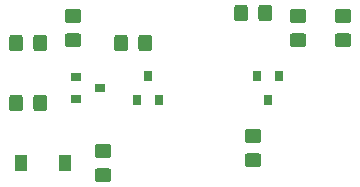
<source format=gtp>
G04 #@! TF.GenerationSoftware,KiCad,Pcbnew,(5.0.2)-1*
G04 #@! TF.CreationDate,2019-06-19T11:59:55+10:00*
G04 #@! TF.ProjectId,C-Beeper,432d4265-6570-4657-922e-6b696361645f,rev?*
G04 #@! TF.SameCoordinates,Original*
G04 #@! TF.FileFunction,Paste,Top*
G04 #@! TF.FilePolarity,Positive*
%FSLAX46Y46*%
G04 Gerber Fmt 4.6, Leading zero omitted, Abs format (unit mm)*
G04 Created by KiCad (PCBNEW (5.0.2)-1) date 19/06/2019 11:59:55 AM*
%MOMM*%
%LPD*%
G01*
G04 APERTURE LIST*
%ADD10R,1.075000X1.400000*%
%ADD11C,0.100000*%
%ADD12C,1.150000*%
%ADD13R,0.900000X0.800000*%
%ADD14R,0.800000X0.900000*%
G04 APERTURE END LIST*
D10*
G04 #@! TO.C,C1*
X160722500Y-95250000D03*
X164397500Y-95250000D03*
G04 #@! TD*
D11*
G04 #@! TO.C,C2*
G36*
X188434505Y-84271204D02*
X188458773Y-84274804D01*
X188482572Y-84280765D01*
X188505671Y-84289030D01*
X188527850Y-84299520D01*
X188548893Y-84312132D01*
X188568599Y-84326747D01*
X188586777Y-84343223D01*
X188603253Y-84361401D01*
X188617868Y-84381107D01*
X188630480Y-84402150D01*
X188640970Y-84424329D01*
X188649235Y-84447428D01*
X188655196Y-84471227D01*
X188658796Y-84495495D01*
X188660000Y-84519999D01*
X188660000Y-85170001D01*
X188658796Y-85194505D01*
X188655196Y-85218773D01*
X188649235Y-85242572D01*
X188640970Y-85265671D01*
X188630480Y-85287850D01*
X188617868Y-85308893D01*
X188603253Y-85328599D01*
X188586777Y-85346777D01*
X188568599Y-85363253D01*
X188548893Y-85377868D01*
X188527850Y-85390480D01*
X188505671Y-85400970D01*
X188482572Y-85409235D01*
X188458773Y-85415196D01*
X188434505Y-85418796D01*
X188410001Y-85420000D01*
X187509999Y-85420000D01*
X187485495Y-85418796D01*
X187461227Y-85415196D01*
X187437428Y-85409235D01*
X187414329Y-85400970D01*
X187392150Y-85390480D01*
X187371107Y-85377868D01*
X187351401Y-85363253D01*
X187333223Y-85346777D01*
X187316747Y-85328599D01*
X187302132Y-85308893D01*
X187289520Y-85287850D01*
X187279030Y-85265671D01*
X187270765Y-85242572D01*
X187264804Y-85218773D01*
X187261204Y-85194505D01*
X187260000Y-85170001D01*
X187260000Y-84519999D01*
X187261204Y-84495495D01*
X187264804Y-84471227D01*
X187270765Y-84447428D01*
X187279030Y-84424329D01*
X187289520Y-84402150D01*
X187302132Y-84381107D01*
X187316747Y-84361401D01*
X187333223Y-84343223D01*
X187351401Y-84326747D01*
X187371107Y-84312132D01*
X187392150Y-84299520D01*
X187414329Y-84289030D01*
X187437428Y-84280765D01*
X187461227Y-84274804D01*
X187485495Y-84271204D01*
X187509999Y-84270000D01*
X188410001Y-84270000D01*
X188434505Y-84271204D01*
X188434505Y-84271204D01*
G37*
D12*
X187960000Y-84845000D03*
D11*
G36*
X188434505Y-82221204D02*
X188458773Y-82224804D01*
X188482572Y-82230765D01*
X188505671Y-82239030D01*
X188527850Y-82249520D01*
X188548893Y-82262132D01*
X188568599Y-82276747D01*
X188586777Y-82293223D01*
X188603253Y-82311401D01*
X188617868Y-82331107D01*
X188630480Y-82352150D01*
X188640970Y-82374329D01*
X188649235Y-82397428D01*
X188655196Y-82421227D01*
X188658796Y-82445495D01*
X188660000Y-82469999D01*
X188660000Y-83120001D01*
X188658796Y-83144505D01*
X188655196Y-83168773D01*
X188649235Y-83192572D01*
X188640970Y-83215671D01*
X188630480Y-83237850D01*
X188617868Y-83258893D01*
X188603253Y-83278599D01*
X188586777Y-83296777D01*
X188568599Y-83313253D01*
X188548893Y-83327868D01*
X188527850Y-83340480D01*
X188505671Y-83350970D01*
X188482572Y-83359235D01*
X188458773Y-83365196D01*
X188434505Y-83368796D01*
X188410001Y-83370000D01*
X187509999Y-83370000D01*
X187485495Y-83368796D01*
X187461227Y-83365196D01*
X187437428Y-83359235D01*
X187414329Y-83350970D01*
X187392150Y-83340480D01*
X187371107Y-83327868D01*
X187351401Y-83313253D01*
X187333223Y-83296777D01*
X187316747Y-83278599D01*
X187302132Y-83258893D01*
X187289520Y-83237850D01*
X187279030Y-83215671D01*
X187270765Y-83192572D01*
X187264804Y-83168773D01*
X187261204Y-83144505D01*
X187260000Y-83120001D01*
X187260000Y-82469999D01*
X187261204Y-82445495D01*
X187264804Y-82421227D01*
X187270765Y-82397428D01*
X187279030Y-82374329D01*
X187289520Y-82352150D01*
X187302132Y-82331107D01*
X187316747Y-82311401D01*
X187333223Y-82293223D01*
X187351401Y-82276747D01*
X187371107Y-82262132D01*
X187392150Y-82249520D01*
X187414329Y-82239030D01*
X187437428Y-82230765D01*
X187461227Y-82224804D01*
X187485495Y-82221204D01*
X187509999Y-82220000D01*
X188410001Y-82220000D01*
X188434505Y-82221204D01*
X188434505Y-82221204D01*
G37*
D12*
X187960000Y-82795000D03*
G04 #@! TD*
D13*
G04 #@! TO.C,Q1*
X167370000Y-88900000D03*
X165370000Y-89850000D03*
X165370000Y-87950000D03*
G04 #@! TD*
D14*
G04 #@! TO.C,Q2*
X170500000Y-89900000D03*
X172400000Y-89900000D03*
X171450000Y-87900000D03*
G04 #@! TD*
G04 #@! TO.C,Q3*
X182560000Y-87900000D03*
X180660000Y-87900000D03*
X181610000Y-89900000D03*
G04 #@! TD*
D11*
G04 #@! TO.C,R1*
G36*
X162664505Y-89471204D02*
X162688773Y-89474804D01*
X162712572Y-89480765D01*
X162735671Y-89489030D01*
X162757850Y-89499520D01*
X162778893Y-89512132D01*
X162798599Y-89526747D01*
X162816777Y-89543223D01*
X162833253Y-89561401D01*
X162847868Y-89581107D01*
X162860480Y-89602150D01*
X162870970Y-89624329D01*
X162879235Y-89647428D01*
X162885196Y-89671227D01*
X162888796Y-89695495D01*
X162890000Y-89719999D01*
X162890000Y-90620001D01*
X162888796Y-90644505D01*
X162885196Y-90668773D01*
X162879235Y-90692572D01*
X162870970Y-90715671D01*
X162860480Y-90737850D01*
X162847868Y-90758893D01*
X162833253Y-90778599D01*
X162816777Y-90796777D01*
X162798599Y-90813253D01*
X162778893Y-90827868D01*
X162757850Y-90840480D01*
X162735671Y-90850970D01*
X162712572Y-90859235D01*
X162688773Y-90865196D01*
X162664505Y-90868796D01*
X162640001Y-90870000D01*
X161989999Y-90870000D01*
X161965495Y-90868796D01*
X161941227Y-90865196D01*
X161917428Y-90859235D01*
X161894329Y-90850970D01*
X161872150Y-90840480D01*
X161851107Y-90827868D01*
X161831401Y-90813253D01*
X161813223Y-90796777D01*
X161796747Y-90778599D01*
X161782132Y-90758893D01*
X161769520Y-90737850D01*
X161759030Y-90715671D01*
X161750765Y-90692572D01*
X161744804Y-90668773D01*
X161741204Y-90644505D01*
X161740000Y-90620001D01*
X161740000Y-89719999D01*
X161741204Y-89695495D01*
X161744804Y-89671227D01*
X161750765Y-89647428D01*
X161759030Y-89624329D01*
X161769520Y-89602150D01*
X161782132Y-89581107D01*
X161796747Y-89561401D01*
X161813223Y-89543223D01*
X161831401Y-89526747D01*
X161851107Y-89512132D01*
X161872150Y-89499520D01*
X161894329Y-89489030D01*
X161917428Y-89480765D01*
X161941227Y-89474804D01*
X161965495Y-89471204D01*
X161989999Y-89470000D01*
X162640001Y-89470000D01*
X162664505Y-89471204D01*
X162664505Y-89471204D01*
G37*
D12*
X162315000Y-90170000D03*
D11*
G36*
X160614505Y-89471204D02*
X160638773Y-89474804D01*
X160662572Y-89480765D01*
X160685671Y-89489030D01*
X160707850Y-89499520D01*
X160728893Y-89512132D01*
X160748599Y-89526747D01*
X160766777Y-89543223D01*
X160783253Y-89561401D01*
X160797868Y-89581107D01*
X160810480Y-89602150D01*
X160820970Y-89624329D01*
X160829235Y-89647428D01*
X160835196Y-89671227D01*
X160838796Y-89695495D01*
X160840000Y-89719999D01*
X160840000Y-90620001D01*
X160838796Y-90644505D01*
X160835196Y-90668773D01*
X160829235Y-90692572D01*
X160820970Y-90715671D01*
X160810480Y-90737850D01*
X160797868Y-90758893D01*
X160783253Y-90778599D01*
X160766777Y-90796777D01*
X160748599Y-90813253D01*
X160728893Y-90827868D01*
X160707850Y-90840480D01*
X160685671Y-90850970D01*
X160662572Y-90859235D01*
X160638773Y-90865196D01*
X160614505Y-90868796D01*
X160590001Y-90870000D01*
X159939999Y-90870000D01*
X159915495Y-90868796D01*
X159891227Y-90865196D01*
X159867428Y-90859235D01*
X159844329Y-90850970D01*
X159822150Y-90840480D01*
X159801107Y-90827868D01*
X159781401Y-90813253D01*
X159763223Y-90796777D01*
X159746747Y-90778599D01*
X159732132Y-90758893D01*
X159719520Y-90737850D01*
X159709030Y-90715671D01*
X159700765Y-90692572D01*
X159694804Y-90668773D01*
X159691204Y-90644505D01*
X159690000Y-90620001D01*
X159690000Y-89719999D01*
X159691204Y-89695495D01*
X159694804Y-89671227D01*
X159700765Y-89647428D01*
X159709030Y-89624329D01*
X159719520Y-89602150D01*
X159732132Y-89581107D01*
X159746747Y-89561401D01*
X159763223Y-89543223D01*
X159781401Y-89526747D01*
X159801107Y-89512132D01*
X159822150Y-89499520D01*
X159844329Y-89489030D01*
X159867428Y-89480765D01*
X159891227Y-89474804D01*
X159915495Y-89471204D01*
X159939999Y-89470000D01*
X160590001Y-89470000D01*
X160614505Y-89471204D01*
X160614505Y-89471204D01*
G37*
D12*
X160265000Y-90170000D03*
G04 #@! TD*
D11*
G04 #@! TO.C,R2*
G36*
X165574505Y-84271204D02*
X165598773Y-84274804D01*
X165622572Y-84280765D01*
X165645671Y-84289030D01*
X165667850Y-84299520D01*
X165688893Y-84312132D01*
X165708599Y-84326747D01*
X165726777Y-84343223D01*
X165743253Y-84361401D01*
X165757868Y-84381107D01*
X165770480Y-84402150D01*
X165780970Y-84424329D01*
X165789235Y-84447428D01*
X165795196Y-84471227D01*
X165798796Y-84495495D01*
X165800000Y-84519999D01*
X165800000Y-85170001D01*
X165798796Y-85194505D01*
X165795196Y-85218773D01*
X165789235Y-85242572D01*
X165780970Y-85265671D01*
X165770480Y-85287850D01*
X165757868Y-85308893D01*
X165743253Y-85328599D01*
X165726777Y-85346777D01*
X165708599Y-85363253D01*
X165688893Y-85377868D01*
X165667850Y-85390480D01*
X165645671Y-85400970D01*
X165622572Y-85409235D01*
X165598773Y-85415196D01*
X165574505Y-85418796D01*
X165550001Y-85420000D01*
X164649999Y-85420000D01*
X164625495Y-85418796D01*
X164601227Y-85415196D01*
X164577428Y-85409235D01*
X164554329Y-85400970D01*
X164532150Y-85390480D01*
X164511107Y-85377868D01*
X164491401Y-85363253D01*
X164473223Y-85346777D01*
X164456747Y-85328599D01*
X164442132Y-85308893D01*
X164429520Y-85287850D01*
X164419030Y-85265671D01*
X164410765Y-85242572D01*
X164404804Y-85218773D01*
X164401204Y-85194505D01*
X164400000Y-85170001D01*
X164400000Y-84519999D01*
X164401204Y-84495495D01*
X164404804Y-84471227D01*
X164410765Y-84447428D01*
X164419030Y-84424329D01*
X164429520Y-84402150D01*
X164442132Y-84381107D01*
X164456747Y-84361401D01*
X164473223Y-84343223D01*
X164491401Y-84326747D01*
X164511107Y-84312132D01*
X164532150Y-84299520D01*
X164554329Y-84289030D01*
X164577428Y-84280765D01*
X164601227Y-84274804D01*
X164625495Y-84271204D01*
X164649999Y-84270000D01*
X165550001Y-84270000D01*
X165574505Y-84271204D01*
X165574505Y-84271204D01*
G37*
D12*
X165100000Y-84845000D03*
D11*
G36*
X165574505Y-82221204D02*
X165598773Y-82224804D01*
X165622572Y-82230765D01*
X165645671Y-82239030D01*
X165667850Y-82249520D01*
X165688893Y-82262132D01*
X165708599Y-82276747D01*
X165726777Y-82293223D01*
X165743253Y-82311401D01*
X165757868Y-82331107D01*
X165770480Y-82352150D01*
X165780970Y-82374329D01*
X165789235Y-82397428D01*
X165795196Y-82421227D01*
X165798796Y-82445495D01*
X165800000Y-82469999D01*
X165800000Y-83120001D01*
X165798796Y-83144505D01*
X165795196Y-83168773D01*
X165789235Y-83192572D01*
X165780970Y-83215671D01*
X165770480Y-83237850D01*
X165757868Y-83258893D01*
X165743253Y-83278599D01*
X165726777Y-83296777D01*
X165708599Y-83313253D01*
X165688893Y-83327868D01*
X165667850Y-83340480D01*
X165645671Y-83350970D01*
X165622572Y-83359235D01*
X165598773Y-83365196D01*
X165574505Y-83368796D01*
X165550001Y-83370000D01*
X164649999Y-83370000D01*
X164625495Y-83368796D01*
X164601227Y-83365196D01*
X164577428Y-83359235D01*
X164554329Y-83350970D01*
X164532150Y-83340480D01*
X164511107Y-83327868D01*
X164491401Y-83313253D01*
X164473223Y-83296777D01*
X164456747Y-83278599D01*
X164442132Y-83258893D01*
X164429520Y-83237850D01*
X164419030Y-83215671D01*
X164410765Y-83192572D01*
X164404804Y-83168773D01*
X164401204Y-83144505D01*
X164400000Y-83120001D01*
X164400000Y-82469999D01*
X164401204Y-82445495D01*
X164404804Y-82421227D01*
X164410765Y-82397428D01*
X164419030Y-82374329D01*
X164429520Y-82352150D01*
X164442132Y-82331107D01*
X164456747Y-82311401D01*
X164473223Y-82293223D01*
X164491401Y-82276747D01*
X164511107Y-82262132D01*
X164532150Y-82249520D01*
X164554329Y-82239030D01*
X164577428Y-82230765D01*
X164601227Y-82224804D01*
X164625495Y-82221204D01*
X164649999Y-82220000D01*
X165550001Y-82220000D01*
X165574505Y-82221204D01*
X165574505Y-82221204D01*
G37*
D12*
X165100000Y-82795000D03*
G04 #@! TD*
D11*
G04 #@! TO.C,R3*
G36*
X162664505Y-84391204D02*
X162688773Y-84394804D01*
X162712572Y-84400765D01*
X162735671Y-84409030D01*
X162757850Y-84419520D01*
X162778893Y-84432132D01*
X162798599Y-84446747D01*
X162816777Y-84463223D01*
X162833253Y-84481401D01*
X162847868Y-84501107D01*
X162860480Y-84522150D01*
X162870970Y-84544329D01*
X162879235Y-84567428D01*
X162885196Y-84591227D01*
X162888796Y-84615495D01*
X162890000Y-84639999D01*
X162890000Y-85540001D01*
X162888796Y-85564505D01*
X162885196Y-85588773D01*
X162879235Y-85612572D01*
X162870970Y-85635671D01*
X162860480Y-85657850D01*
X162847868Y-85678893D01*
X162833253Y-85698599D01*
X162816777Y-85716777D01*
X162798599Y-85733253D01*
X162778893Y-85747868D01*
X162757850Y-85760480D01*
X162735671Y-85770970D01*
X162712572Y-85779235D01*
X162688773Y-85785196D01*
X162664505Y-85788796D01*
X162640001Y-85790000D01*
X161989999Y-85790000D01*
X161965495Y-85788796D01*
X161941227Y-85785196D01*
X161917428Y-85779235D01*
X161894329Y-85770970D01*
X161872150Y-85760480D01*
X161851107Y-85747868D01*
X161831401Y-85733253D01*
X161813223Y-85716777D01*
X161796747Y-85698599D01*
X161782132Y-85678893D01*
X161769520Y-85657850D01*
X161759030Y-85635671D01*
X161750765Y-85612572D01*
X161744804Y-85588773D01*
X161741204Y-85564505D01*
X161740000Y-85540001D01*
X161740000Y-84639999D01*
X161741204Y-84615495D01*
X161744804Y-84591227D01*
X161750765Y-84567428D01*
X161759030Y-84544329D01*
X161769520Y-84522150D01*
X161782132Y-84501107D01*
X161796747Y-84481401D01*
X161813223Y-84463223D01*
X161831401Y-84446747D01*
X161851107Y-84432132D01*
X161872150Y-84419520D01*
X161894329Y-84409030D01*
X161917428Y-84400765D01*
X161941227Y-84394804D01*
X161965495Y-84391204D01*
X161989999Y-84390000D01*
X162640001Y-84390000D01*
X162664505Y-84391204D01*
X162664505Y-84391204D01*
G37*
D12*
X162315000Y-85090000D03*
D11*
G36*
X160614505Y-84391204D02*
X160638773Y-84394804D01*
X160662572Y-84400765D01*
X160685671Y-84409030D01*
X160707850Y-84419520D01*
X160728893Y-84432132D01*
X160748599Y-84446747D01*
X160766777Y-84463223D01*
X160783253Y-84481401D01*
X160797868Y-84501107D01*
X160810480Y-84522150D01*
X160820970Y-84544329D01*
X160829235Y-84567428D01*
X160835196Y-84591227D01*
X160838796Y-84615495D01*
X160840000Y-84639999D01*
X160840000Y-85540001D01*
X160838796Y-85564505D01*
X160835196Y-85588773D01*
X160829235Y-85612572D01*
X160820970Y-85635671D01*
X160810480Y-85657850D01*
X160797868Y-85678893D01*
X160783253Y-85698599D01*
X160766777Y-85716777D01*
X160748599Y-85733253D01*
X160728893Y-85747868D01*
X160707850Y-85760480D01*
X160685671Y-85770970D01*
X160662572Y-85779235D01*
X160638773Y-85785196D01*
X160614505Y-85788796D01*
X160590001Y-85790000D01*
X159939999Y-85790000D01*
X159915495Y-85788796D01*
X159891227Y-85785196D01*
X159867428Y-85779235D01*
X159844329Y-85770970D01*
X159822150Y-85760480D01*
X159801107Y-85747868D01*
X159781401Y-85733253D01*
X159763223Y-85716777D01*
X159746747Y-85698599D01*
X159732132Y-85678893D01*
X159719520Y-85657850D01*
X159709030Y-85635671D01*
X159700765Y-85612572D01*
X159694804Y-85588773D01*
X159691204Y-85564505D01*
X159690000Y-85540001D01*
X159690000Y-84639999D01*
X159691204Y-84615495D01*
X159694804Y-84591227D01*
X159700765Y-84567428D01*
X159709030Y-84544329D01*
X159719520Y-84522150D01*
X159732132Y-84501107D01*
X159746747Y-84481401D01*
X159763223Y-84463223D01*
X159781401Y-84446747D01*
X159801107Y-84432132D01*
X159822150Y-84419520D01*
X159844329Y-84409030D01*
X159867428Y-84400765D01*
X159891227Y-84394804D01*
X159915495Y-84391204D01*
X159939999Y-84390000D01*
X160590001Y-84390000D01*
X160614505Y-84391204D01*
X160614505Y-84391204D01*
G37*
D12*
X160265000Y-85090000D03*
G04 #@! TD*
D11*
G04 #@! TO.C,R4*
G36*
X169504505Y-84391204D02*
X169528773Y-84394804D01*
X169552572Y-84400765D01*
X169575671Y-84409030D01*
X169597850Y-84419520D01*
X169618893Y-84432132D01*
X169638599Y-84446747D01*
X169656777Y-84463223D01*
X169673253Y-84481401D01*
X169687868Y-84501107D01*
X169700480Y-84522150D01*
X169710970Y-84544329D01*
X169719235Y-84567428D01*
X169725196Y-84591227D01*
X169728796Y-84615495D01*
X169730000Y-84639999D01*
X169730000Y-85540001D01*
X169728796Y-85564505D01*
X169725196Y-85588773D01*
X169719235Y-85612572D01*
X169710970Y-85635671D01*
X169700480Y-85657850D01*
X169687868Y-85678893D01*
X169673253Y-85698599D01*
X169656777Y-85716777D01*
X169638599Y-85733253D01*
X169618893Y-85747868D01*
X169597850Y-85760480D01*
X169575671Y-85770970D01*
X169552572Y-85779235D01*
X169528773Y-85785196D01*
X169504505Y-85788796D01*
X169480001Y-85790000D01*
X168829999Y-85790000D01*
X168805495Y-85788796D01*
X168781227Y-85785196D01*
X168757428Y-85779235D01*
X168734329Y-85770970D01*
X168712150Y-85760480D01*
X168691107Y-85747868D01*
X168671401Y-85733253D01*
X168653223Y-85716777D01*
X168636747Y-85698599D01*
X168622132Y-85678893D01*
X168609520Y-85657850D01*
X168599030Y-85635671D01*
X168590765Y-85612572D01*
X168584804Y-85588773D01*
X168581204Y-85564505D01*
X168580000Y-85540001D01*
X168580000Y-84639999D01*
X168581204Y-84615495D01*
X168584804Y-84591227D01*
X168590765Y-84567428D01*
X168599030Y-84544329D01*
X168609520Y-84522150D01*
X168622132Y-84501107D01*
X168636747Y-84481401D01*
X168653223Y-84463223D01*
X168671401Y-84446747D01*
X168691107Y-84432132D01*
X168712150Y-84419520D01*
X168734329Y-84409030D01*
X168757428Y-84400765D01*
X168781227Y-84394804D01*
X168805495Y-84391204D01*
X168829999Y-84390000D01*
X169480001Y-84390000D01*
X169504505Y-84391204D01*
X169504505Y-84391204D01*
G37*
D12*
X169155000Y-85090000D03*
D11*
G36*
X171554505Y-84391204D02*
X171578773Y-84394804D01*
X171602572Y-84400765D01*
X171625671Y-84409030D01*
X171647850Y-84419520D01*
X171668893Y-84432132D01*
X171688599Y-84446747D01*
X171706777Y-84463223D01*
X171723253Y-84481401D01*
X171737868Y-84501107D01*
X171750480Y-84522150D01*
X171760970Y-84544329D01*
X171769235Y-84567428D01*
X171775196Y-84591227D01*
X171778796Y-84615495D01*
X171780000Y-84639999D01*
X171780000Y-85540001D01*
X171778796Y-85564505D01*
X171775196Y-85588773D01*
X171769235Y-85612572D01*
X171760970Y-85635671D01*
X171750480Y-85657850D01*
X171737868Y-85678893D01*
X171723253Y-85698599D01*
X171706777Y-85716777D01*
X171688599Y-85733253D01*
X171668893Y-85747868D01*
X171647850Y-85760480D01*
X171625671Y-85770970D01*
X171602572Y-85779235D01*
X171578773Y-85785196D01*
X171554505Y-85788796D01*
X171530001Y-85790000D01*
X170879999Y-85790000D01*
X170855495Y-85788796D01*
X170831227Y-85785196D01*
X170807428Y-85779235D01*
X170784329Y-85770970D01*
X170762150Y-85760480D01*
X170741107Y-85747868D01*
X170721401Y-85733253D01*
X170703223Y-85716777D01*
X170686747Y-85698599D01*
X170672132Y-85678893D01*
X170659520Y-85657850D01*
X170649030Y-85635671D01*
X170640765Y-85612572D01*
X170634804Y-85588773D01*
X170631204Y-85564505D01*
X170630000Y-85540001D01*
X170630000Y-84639999D01*
X170631204Y-84615495D01*
X170634804Y-84591227D01*
X170640765Y-84567428D01*
X170649030Y-84544329D01*
X170659520Y-84522150D01*
X170672132Y-84501107D01*
X170686747Y-84481401D01*
X170703223Y-84463223D01*
X170721401Y-84446747D01*
X170741107Y-84432132D01*
X170762150Y-84419520D01*
X170784329Y-84409030D01*
X170807428Y-84400765D01*
X170831227Y-84394804D01*
X170855495Y-84391204D01*
X170879999Y-84390000D01*
X171530001Y-84390000D01*
X171554505Y-84391204D01*
X171554505Y-84391204D01*
G37*
D12*
X171205000Y-85090000D03*
G04 #@! TD*
D11*
G04 #@! TO.C,R5*
G36*
X168114505Y-93651204D02*
X168138773Y-93654804D01*
X168162572Y-93660765D01*
X168185671Y-93669030D01*
X168207850Y-93679520D01*
X168228893Y-93692132D01*
X168248599Y-93706747D01*
X168266777Y-93723223D01*
X168283253Y-93741401D01*
X168297868Y-93761107D01*
X168310480Y-93782150D01*
X168320970Y-93804329D01*
X168329235Y-93827428D01*
X168335196Y-93851227D01*
X168338796Y-93875495D01*
X168340000Y-93899999D01*
X168340000Y-94550001D01*
X168338796Y-94574505D01*
X168335196Y-94598773D01*
X168329235Y-94622572D01*
X168320970Y-94645671D01*
X168310480Y-94667850D01*
X168297868Y-94688893D01*
X168283253Y-94708599D01*
X168266777Y-94726777D01*
X168248599Y-94743253D01*
X168228893Y-94757868D01*
X168207850Y-94770480D01*
X168185671Y-94780970D01*
X168162572Y-94789235D01*
X168138773Y-94795196D01*
X168114505Y-94798796D01*
X168090001Y-94800000D01*
X167189999Y-94800000D01*
X167165495Y-94798796D01*
X167141227Y-94795196D01*
X167117428Y-94789235D01*
X167094329Y-94780970D01*
X167072150Y-94770480D01*
X167051107Y-94757868D01*
X167031401Y-94743253D01*
X167013223Y-94726777D01*
X166996747Y-94708599D01*
X166982132Y-94688893D01*
X166969520Y-94667850D01*
X166959030Y-94645671D01*
X166950765Y-94622572D01*
X166944804Y-94598773D01*
X166941204Y-94574505D01*
X166940000Y-94550001D01*
X166940000Y-93899999D01*
X166941204Y-93875495D01*
X166944804Y-93851227D01*
X166950765Y-93827428D01*
X166959030Y-93804329D01*
X166969520Y-93782150D01*
X166982132Y-93761107D01*
X166996747Y-93741401D01*
X167013223Y-93723223D01*
X167031401Y-93706747D01*
X167051107Y-93692132D01*
X167072150Y-93679520D01*
X167094329Y-93669030D01*
X167117428Y-93660765D01*
X167141227Y-93654804D01*
X167165495Y-93651204D01*
X167189999Y-93650000D01*
X168090001Y-93650000D01*
X168114505Y-93651204D01*
X168114505Y-93651204D01*
G37*
D12*
X167640000Y-94225000D03*
D11*
G36*
X168114505Y-95701204D02*
X168138773Y-95704804D01*
X168162572Y-95710765D01*
X168185671Y-95719030D01*
X168207850Y-95729520D01*
X168228893Y-95742132D01*
X168248599Y-95756747D01*
X168266777Y-95773223D01*
X168283253Y-95791401D01*
X168297868Y-95811107D01*
X168310480Y-95832150D01*
X168320970Y-95854329D01*
X168329235Y-95877428D01*
X168335196Y-95901227D01*
X168338796Y-95925495D01*
X168340000Y-95949999D01*
X168340000Y-96600001D01*
X168338796Y-96624505D01*
X168335196Y-96648773D01*
X168329235Y-96672572D01*
X168320970Y-96695671D01*
X168310480Y-96717850D01*
X168297868Y-96738893D01*
X168283253Y-96758599D01*
X168266777Y-96776777D01*
X168248599Y-96793253D01*
X168228893Y-96807868D01*
X168207850Y-96820480D01*
X168185671Y-96830970D01*
X168162572Y-96839235D01*
X168138773Y-96845196D01*
X168114505Y-96848796D01*
X168090001Y-96850000D01*
X167189999Y-96850000D01*
X167165495Y-96848796D01*
X167141227Y-96845196D01*
X167117428Y-96839235D01*
X167094329Y-96830970D01*
X167072150Y-96820480D01*
X167051107Y-96807868D01*
X167031401Y-96793253D01*
X167013223Y-96776777D01*
X166996747Y-96758599D01*
X166982132Y-96738893D01*
X166969520Y-96717850D01*
X166959030Y-96695671D01*
X166950765Y-96672572D01*
X166944804Y-96648773D01*
X166941204Y-96624505D01*
X166940000Y-96600001D01*
X166940000Y-95949999D01*
X166941204Y-95925495D01*
X166944804Y-95901227D01*
X166950765Y-95877428D01*
X166959030Y-95854329D01*
X166969520Y-95832150D01*
X166982132Y-95811107D01*
X166996747Y-95791401D01*
X167013223Y-95773223D01*
X167031401Y-95756747D01*
X167051107Y-95742132D01*
X167072150Y-95729520D01*
X167094329Y-95719030D01*
X167117428Y-95710765D01*
X167141227Y-95704804D01*
X167165495Y-95701204D01*
X167189999Y-95700000D01*
X168090001Y-95700000D01*
X168114505Y-95701204D01*
X168114505Y-95701204D01*
G37*
D12*
X167640000Y-96275000D03*
G04 #@! TD*
D11*
G04 #@! TO.C,R6*
G36*
X179664505Y-81851204D02*
X179688773Y-81854804D01*
X179712572Y-81860765D01*
X179735671Y-81869030D01*
X179757850Y-81879520D01*
X179778893Y-81892132D01*
X179798599Y-81906747D01*
X179816777Y-81923223D01*
X179833253Y-81941401D01*
X179847868Y-81961107D01*
X179860480Y-81982150D01*
X179870970Y-82004329D01*
X179879235Y-82027428D01*
X179885196Y-82051227D01*
X179888796Y-82075495D01*
X179890000Y-82099999D01*
X179890000Y-83000001D01*
X179888796Y-83024505D01*
X179885196Y-83048773D01*
X179879235Y-83072572D01*
X179870970Y-83095671D01*
X179860480Y-83117850D01*
X179847868Y-83138893D01*
X179833253Y-83158599D01*
X179816777Y-83176777D01*
X179798599Y-83193253D01*
X179778893Y-83207868D01*
X179757850Y-83220480D01*
X179735671Y-83230970D01*
X179712572Y-83239235D01*
X179688773Y-83245196D01*
X179664505Y-83248796D01*
X179640001Y-83250000D01*
X178989999Y-83250000D01*
X178965495Y-83248796D01*
X178941227Y-83245196D01*
X178917428Y-83239235D01*
X178894329Y-83230970D01*
X178872150Y-83220480D01*
X178851107Y-83207868D01*
X178831401Y-83193253D01*
X178813223Y-83176777D01*
X178796747Y-83158599D01*
X178782132Y-83138893D01*
X178769520Y-83117850D01*
X178759030Y-83095671D01*
X178750765Y-83072572D01*
X178744804Y-83048773D01*
X178741204Y-83024505D01*
X178740000Y-83000001D01*
X178740000Y-82099999D01*
X178741204Y-82075495D01*
X178744804Y-82051227D01*
X178750765Y-82027428D01*
X178759030Y-82004329D01*
X178769520Y-81982150D01*
X178782132Y-81961107D01*
X178796747Y-81941401D01*
X178813223Y-81923223D01*
X178831401Y-81906747D01*
X178851107Y-81892132D01*
X178872150Y-81879520D01*
X178894329Y-81869030D01*
X178917428Y-81860765D01*
X178941227Y-81854804D01*
X178965495Y-81851204D01*
X178989999Y-81850000D01*
X179640001Y-81850000D01*
X179664505Y-81851204D01*
X179664505Y-81851204D01*
G37*
D12*
X179315000Y-82550000D03*
D11*
G36*
X181714505Y-81851204D02*
X181738773Y-81854804D01*
X181762572Y-81860765D01*
X181785671Y-81869030D01*
X181807850Y-81879520D01*
X181828893Y-81892132D01*
X181848599Y-81906747D01*
X181866777Y-81923223D01*
X181883253Y-81941401D01*
X181897868Y-81961107D01*
X181910480Y-81982150D01*
X181920970Y-82004329D01*
X181929235Y-82027428D01*
X181935196Y-82051227D01*
X181938796Y-82075495D01*
X181940000Y-82099999D01*
X181940000Y-83000001D01*
X181938796Y-83024505D01*
X181935196Y-83048773D01*
X181929235Y-83072572D01*
X181920970Y-83095671D01*
X181910480Y-83117850D01*
X181897868Y-83138893D01*
X181883253Y-83158599D01*
X181866777Y-83176777D01*
X181848599Y-83193253D01*
X181828893Y-83207868D01*
X181807850Y-83220480D01*
X181785671Y-83230970D01*
X181762572Y-83239235D01*
X181738773Y-83245196D01*
X181714505Y-83248796D01*
X181690001Y-83250000D01*
X181039999Y-83250000D01*
X181015495Y-83248796D01*
X180991227Y-83245196D01*
X180967428Y-83239235D01*
X180944329Y-83230970D01*
X180922150Y-83220480D01*
X180901107Y-83207868D01*
X180881401Y-83193253D01*
X180863223Y-83176777D01*
X180846747Y-83158599D01*
X180832132Y-83138893D01*
X180819520Y-83117850D01*
X180809030Y-83095671D01*
X180800765Y-83072572D01*
X180794804Y-83048773D01*
X180791204Y-83024505D01*
X180790000Y-83000001D01*
X180790000Y-82099999D01*
X180791204Y-82075495D01*
X180794804Y-82051227D01*
X180800765Y-82027428D01*
X180809030Y-82004329D01*
X180819520Y-81982150D01*
X180832132Y-81961107D01*
X180846747Y-81941401D01*
X180863223Y-81923223D01*
X180881401Y-81906747D01*
X180901107Y-81892132D01*
X180922150Y-81879520D01*
X180944329Y-81869030D01*
X180967428Y-81860765D01*
X180991227Y-81854804D01*
X181015495Y-81851204D01*
X181039999Y-81850000D01*
X181690001Y-81850000D01*
X181714505Y-81851204D01*
X181714505Y-81851204D01*
G37*
D12*
X181365000Y-82550000D03*
G04 #@! TD*
D11*
G04 #@! TO.C,R7*
G36*
X184624505Y-84271204D02*
X184648773Y-84274804D01*
X184672572Y-84280765D01*
X184695671Y-84289030D01*
X184717850Y-84299520D01*
X184738893Y-84312132D01*
X184758599Y-84326747D01*
X184776777Y-84343223D01*
X184793253Y-84361401D01*
X184807868Y-84381107D01*
X184820480Y-84402150D01*
X184830970Y-84424329D01*
X184839235Y-84447428D01*
X184845196Y-84471227D01*
X184848796Y-84495495D01*
X184850000Y-84519999D01*
X184850000Y-85170001D01*
X184848796Y-85194505D01*
X184845196Y-85218773D01*
X184839235Y-85242572D01*
X184830970Y-85265671D01*
X184820480Y-85287850D01*
X184807868Y-85308893D01*
X184793253Y-85328599D01*
X184776777Y-85346777D01*
X184758599Y-85363253D01*
X184738893Y-85377868D01*
X184717850Y-85390480D01*
X184695671Y-85400970D01*
X184672572Y-85409235D01*
X184648773Y-85415196D01*
X184624505Y-85418796D01*
X184600001Y-85420000D01*
X183699999Y-85420000D01*
X183675495Y-85418796D01*
X183651227Y-85415196D01*
X183627428Y-85409235D01*
X183604329Y-85400970D01*
X183582150Y-85390480D01*
X183561107Y-85377868D01*
X183541401Y-85363253D01*
X183523223Y-85346777D01*
X183506747Y-85328599D01*
X183492132Y-85308893D01*
X183479520Y-85287850D01*
X183469030Y-85265671D01*
X183460765Y-85242572D01*
X183454804Y-85218773D01*
X183451204Y-85194505D01*
X183450000Y-85170001D01*
X183450000Y-84519999D01*
X183451204Y-84495495D01*
X183454804Y-84471227D01*
X183460765Y-84447428D01*
X183469030Y-84424329D01*
X183479520Y-84402150D01*
X183492132Y-84381107D01*
X183506747Y-84361401D01*
X183523223Y-84343223D01*
X183541401Y-84326747D01*
X183561107Y-84312132D01*
X183582150Y-84299520D01*
X183604329Y-84289030D01*
X183627428Y-84280765D01*
X183651227Y-84274804D01*
X183675495Y-84271204D01*
X183699999Y-84270000D01*
X184600001Y-84270000D01*
X184624505Y-84271204D01*
X184624505Y-84271204D01*
G37*
D12*
X184150000Y-84845000D03*
D11*
G36*
X184624505Y-82221204D02*
X184648773Y-82224804D01*
X184672572Y-82230765D01*
X184695671Y-82239030D01*
X184717850Y-82249520D01*
X184738893Y-82262132D01*
X184758599Y-82276747D01*
X184776777Y-82293223D01*
X184793253Y-82311401D01*
X184807868Y-82331107D01*
X184820480Y-82352150D01*
X184830970Y-82374329D01*
X184839235Y-82397428D01*
X184845196Y-82421227D01*
X184848796Y-82445495D01*
X184850000Y-82469999D01*
X184850000Y-83120001D01*
X184848796Y-83144505D01*
X184845196Y-83168773D01*
X184839235Y-83192572D01*
X184830970Y-83215671D01*
X184820480Y-83237850D01*
X184807868Y-83258893D01*
X184793253Y-83278599D01*
X184776777Y-83296777D01*
X184758599Y-83313253D01*
X184738893Y-83327868D01*
X184717850Y-83340480D01*
X184695671Y-83350970D01*
X184672572Y-83359235D01*
X184648773Y-83365196D01*
X184624505Y-83368796D01*
X184600001Y-83370000D01*
X183699999Y-83370000D01*
X183675495Y-83368796D01*
X183651227Y-83365196D01*
X183627428Y-83359235D01*
X183604329Y-83350970D01*
X183582150Y-83340480D01*
X183561107Y-83327868D01*
X183541401Y-83313253D01*
X183523223Y-83296777D01*
X183506747Y-83278599D01*
X183492132Y-83258893D01*
X183479520Y-83237850D01*
X183469030Y-83215671D01*
X183460765Y-83192572D01*
X183454804Y-83168773D01*
X183451204Y-83144505D01*
X183450000Y-83120001D01*
X183450000Y-82469999D01*
X183451204Y-82445495D01*
X183454804Y-82421227D01*
X183460765Y-82397428D01*
X183469030Y-82374329D01*
X183479520Y-82352150D01*
X183492132Y-82331107D01*
X183506747Y-82311401D01*
X183523223Y-82293223D01*
X183541401Y-82276747D01*
X183561107Y-82262132D01*
X183582150Y-82249520D01*
X183604329Y-82239030D01*
X183627428Y-82230765D01*
X183651227Y-82224804D01*
X183675495Y-82221204D01*
X183699999Y-82220000D01*
X184600001Y-82220000D01*
X184624505Y-82221204D01*
X184624505Y-82221204D01*
G37*
D12*
X184150000Y-82795000D03*
G04 #@! TD*
D11*
G04 #@! TO.C,R8*
G36*
X180814505Y-94431204D02*
X180838773Y-94434804D01*
X180862572Y-94440765D01*
X180885671Y-94449030D01*
X180907850Y-94459520D01*
X180928893Y-94472132D01*
X180948599Y-94486747D01*
X180966777Y-94503223D01*
X180983253Y-94521401D01*
X180997868Y-94541107D01*
X181010480Y-94562150D01*
X181020970Y-94584329D01*
X181029235Y-94607428D01*
X181035196Y-94631227D01*
X181038796Y-94655495D01*
X181040000Y-94679999D01*
X181040000Y-95330001D01*
X181038796Y-95354505D01*
X181035196Y-95378773D01*
X181029235Y-95402572D01*
X181020970Y-95425671D01*
X181010480Y-95447850D01*
X180997868Y-95468893D01*
X180983253Y-95488599D01*
X180966777Y-95506777D01*
X180948599Y-95523253D01*
X180928893Y-95537868D01*
X180907850Y-95550480D01*
X180885671Y-95560970D01*
X180862572Y-95569235D01*
X180838773Y-95575196D01*
X180814505Y-95578796D01*
X180790001Y-95580000D01*
X179889999Y-95580000D01*
X179865495Y-95578796D01*
X179841227Y-95575196D01*
X179817428Y-95569235D01*
X179794329Y-95560970D01*
X179772150Y-95550480D01*
X179751107Y-95537868D01*
X179731401Y-95523253D01*
X179713223Y-95506777D01*
X179696747Y-95488599D01*
X179682132Y-95468893D01*
X179669520Y-95447850D01*
X179659030Y-95425671D01*
X179650765Y-95402572D01*
X179644804Y-95378773D01*
X179641204Y-95354505D01*
X179640000Y-95330001D01*
X179640000Y-94679999D01*
X179641204Y-94655495D01*
X179644804Y-94631227D01*
X179650765Y-94607428D01*
X179659030Y-94584329D01*
X179669520Y-94562150D01*
X179682132Y-94541107D01*
X179696747Y-94521401D01*
X179713223Y-94503223D01*
X179731401Y-94486747D01*
X179751107Y-94472132D01*
X179772150Y-94459520D01*
X179794329Y-94449030D01*
X179817428Y-94440765D01*
X179841227Y-94434804D01*
X179865495Y-94431204D01*
X179889999Y-94430000D01*
X180790001Y-94430000D01*
X180814505Y-94431204D01*
X180814505Y-94431204D01*
G37*
D12*
X180340000Y-95005000D03*
D11*
G36*
X180814505Y-92381204D02*
X180838773Y-92384804D01*
X180862572Y-92390765D01*
X180885671Y-92399030D01*
X180907850Y-92409520D01*
X180928893Y-92422132D01*
X180948599Y-92436747D01*
X180966777Y-92453223D01*
X180983253Y-92471401D01*
X180997868Y-92491107D01*
X181010480Y-92512150D01*
X181020970Y-92534329D01*
X181029235Y-92557428D01*
X181035196Y-92581227D01*
X181038796Y-92605495D01*
X181040000Y-92629999D01*
X181040000Y-93280001D01*
X181038796Y-93304505D01*
X181035196Y-93328773D01*
X181029235Y-93352572D01*
X181020970Y-93375671D01*
X181010480Y-93397850D01*
X180997868Y-93418893D01*
X180983253Y-93438599D01*
X180966777Y-93456777D01*
X180948599Y-93473253D01*
X180928893Y-93487868D01*
X180907850Y-93500480D01*
X180885671Y-93510970D01*
X180862572Y-93519235D01*
X180838773Y-93525196D01*
X180814505Y-93528796D01*
X180790001Y-93530000D01*
X179889999Y-93530000D01*
X179865495Y-93528796D01*
X179841227Y-93525196D01*
X179817428Y-93519235D01*
X179794329Y-93510970D01*
X179772150Y-93500480D01*
X179751107Y-93487868D01*
X179731401Y-93473253D01*
X179713223Y-93456777D01*
X179696747Y-93438599D01*
X179682132Y-93418893D01*
X179669520Y-93397850D01*
X179659030Y-93375671D01*
X179650765Y-93352572D01*
X179644804Y-93328773D01*
X179641204Y-93304505D01*
X179640000Y-93280001D01*
X179640000Y-92629999D01*
X179641204Y-92605495D01*
X179644804Y-92581227D01*
X179650765Y-92557428D01*
X179659030Y-92534329D01*
X179669520Y-92512150D01*
X179682132Y-92491107D01*
X179696747Y-92471401D01*
X179713223Y-92453223D01*
X179731401Y-92436747D01*
X179751107Y-92422132D01*
X179772150Y-92409520D01*
X179794329Y-92399030D01*
X179817428Y-92390765D01*
X179841227Y-92384804D01*
X179865495Y-92381204D01*
X179889999Y-92380000D01*
X180790001Y-92380000D01*
X180814505Y-92381204D01*
X180814505Y-92381204D01*
G37*
D12*
X180340000Y-92955000D03*
G04 #@! TD*
M02*

</source>
